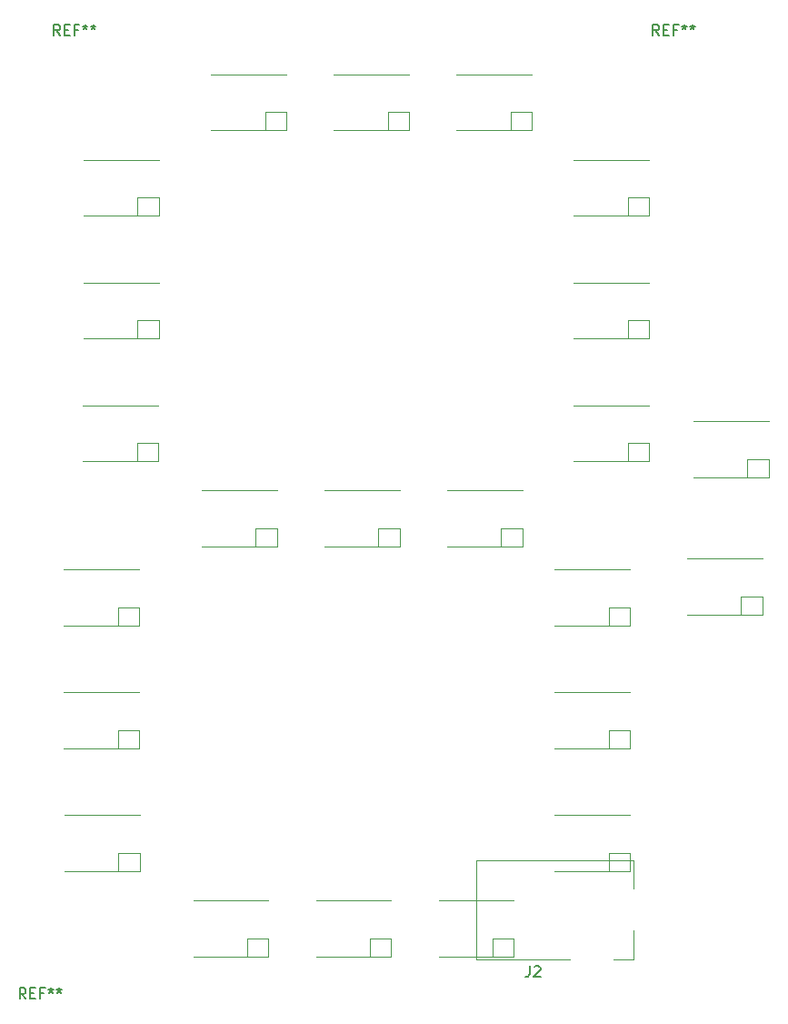
<source format=gbr>
G04 #@! TF.GenerationSoftware,KiCad,Pcbnew,(5.0.0)*
G04 #@! TF.CreationDate,2020-08-08T12:19:43-04:00*
G04 #@! TF.ProjectId,WS2812 Clock,57533238313220436C6F636B2E6B6963,rev?*
G04 #@! TF.SameCoordinates,Original*
G04 #@! TF.FileFunction,Legend,Top*
G04 #@! TF.FilePolarity,Positive*
%FSLAX46Y46*%
G04 Gerber Fmt 4.6, Leading zero omitted, Abs format (unit mm)*
G04 Created by KiCad (PCBNEW (5.0.0)) date 08/08/20 12:19:43*
%MOMM*%
%LPD*%
G01*
G04 APERTURE LIST*
%ADD10C,0.120000*%
%ADD11C,0.100000*%
%ADD12C,0.150000*%
G04 APERTURE END LIST*
D10*
G04 #@! TO.C,U1*
X183880000Y-106740000D02*
X183880000Y-105740000D01*
X176880000Y-106740000D02*
X183880000Y-106740000D01*
X176880000Y-101540000D02*
X183880000Y-101540000D01*
D11*
X183880000Y-105740000D02*
X183880000Y-105040000D01*
X183880000Y-105040000D02*
X181980000Y-105040000D01*
X181980000Y-105040000D02*
X181880000Y-105040000D01*
X181880000Y-105040000D02*
X181880000Y-106740000D01*
G04 #@! TO.C,U2*
X181840000Y-93610000D02*
X181840000Y-95310000D01*
X181940000Y-93610000D02*
X181840000Y-93610000D01*
X183840000Y-93610000D02*
X181940000Y-93610000D01*
X183840000Y-94310000D02*
X183840000Y-93610000D01*
D10*
X176840000Y-90110000D02*
X183840000Y-90110000D01*
X176840000Y-95310000D02*
X183840000Y-95310000D01*
X183840000Y-95310000D02*
X183840000Y-94310000D01*
D11*
G04 #@! TO.C,U3*
X181840000Y-82180000D02*
X181840000Y-83880000D01*
X181940000Y-82180000D02*
X181840000Y-82180000D01*
X183840000Y-82180000D02*
X181940000Y-82180000D01*
X183840000Y-82880000D02*
X183840000Y-82180000D01*
D10*
X176840000Y-78680000D02*
X183840000Y-78680000D01*
X176840000Y-83880000D02*
X183840000Y-83880000D01*
X183840000Y-83880000D02*
X183840000Y-82880000D01*
G04 #@! TO.C,U4*
X185618000Y-68589200D02*
X185618000Y-67589200D01*
X178618000Y-68589200D02*
X185618000Y-68589200D01*
X178618000Y-63389200D02*
X185618000Y-63389200D01*
D11*
X185618000Y-67589200D02*
X185618000Y-66889200D01*
X185618000Y-66889200D02*
X183718000Y-66889200D01*
X183718000Y-66889200D02*
X183618000Y-66889200D01*
X183618000Y-66889200D02*
X183618000Y-68589200D01*
G04 #@! TO.C,U5*
X183658000Y-55459200D02*
X183658000Y-57159200D01*
X183758000Y-55459200D02*
X183658000Y-55459200D01*
X185658000Y-55459200D02*
X183758000Y-55459200D01*
X185658000Y-56159200D02*
X185658000Y-55459200D01*
D10*
X178658000Y-51959200D02*
X185658000Y-51959200D01*
X178658000Y-57159200D02*
X185658000Y-57159200D01*
X185658000Y-57159200D02*
X185658000Y-56159200D01*
G04 #@! TO.C,U6*
X185658000Y-45729200D02*
X185658000Y-44729200D01*
X178658000Y-45729200D02*
X185658000Y-45729200D01*
X178658000Y-40529200D02*
X185658000Y-40529200D01*
D11*
X185658000Y-44729200D02*
X185658000Y-44029200D01*
X185658000Y-44029200D02*
X183758000Y-44029200D01*
X183758000Y-44029200D02*
X183658000Y-44029200D01*
X183658000Y-44029200D02*
X183658000Y-45729200D01*
G04 #@! TO.C,U7*
X195556000Y-36104400D02*
X195556000Y-37804400D01*
X195656000Y-36104400D02*
X195556000Y-36104400D01*
X197556000Y-36104400D02*
X195656000Y-36104400D01*
X197556000Y-36804400D02*
X197556000Y-36104400D01*
D10*
X190556000Y-32604400D02*
X197556000Y-32604400D01*
X190556000Y-37804400D02*
X197556000Y-37804400D01*
X197556000Y-37804400D02*
X197556000Y-36804400D01*
D11*
G04 #@! TO.C,U8*
X206986000Y-36104400D02*
X206986000Y-37804400D01*
X207086000Y-36104400D02*
X206986000Y-36104400D01*
X208986000Y-36104400D02*
X207086000Y-36104400D01*
X208986000Y-36804400D02*
X208986000Y-36104400D01*
D10*
X201986000Y-32604400D02*
X208986000Y-32604400D01*
X201986000Y-37804400D02*
X208986000Y-37804400D01*
X208986000Y-37804400D02*
X208986000Y-36804400D01*
D11*
G04 #@! TO.C,U9*
X218416000Y-36104400D02*
X218416000Y-37804400D01*
X218516000Y-36104400D02*
X218416000Y-36104400D01*
X220416000Y-36104400D02*
X218516000Y-36104400D01*
X220416000Y-36804400D02*
X220416000Y-36104400D01*
D10*
X213416000Y-32604400D02*
X220416000Y-32604400D01*
X213416000Y-37804400D02*
X220416000Y-37804400D01*
X220416000Y-37804400D02*
X220416000Y-36804400D01*
G04 #@! TO.C,U10*
X231338000Y-45729200D02*
X231338000Y-44729200D01*
X224338000Y-45729200D02*
X231338000Y-45729200D01*
X224338000Y-40529200D02*
X231338000Y-40529200D01*
D11*
X231338000Y-44729200D02*
X231338000Y-44029200D01*
X231338000Y-44029200D02*
X229438000Y-44029200D01*
X229438000Y-44029200D02*
X229338000Y-44029200D01*
X229338000Y-44029200D02*
X229338000Y-45729200D01*
D10*
G04 #@! TO.C,U11*
X231338000Y-57159200D02*
X231338000Y-56159200D01*
X224338000Y-57159200D02*
X231338000Y-57159200D01*
X224338000Y-51959200D02*
X231338000Y-51959200D01*
D11*
X231338000Y-56159200D02*
X231338000Y-55459200D01*
X231338000Y-55459200D02*
X229438000Y-55459200D01*
X229438000Y-55459200D02*
X229338000Y-55459200D01*
X229338000Y-55459200D02*
X229338000Y-57159200D01*
G04 #@! TO.C,U12*
X229338000Y-66889200D02*
X229338000Y-68589200D01*
X229438000Y-66889200D02*
X229338000Y-66889200D01*
X231338000Y-66889200D02*
X229438000Y-66889200D01*
X231338000Y-67589200D02*
X231338000Y-66889200D01*
D10*
X224338000Y-63389200D02*
X231338000Y-63389200D01*
X224338000Y-68589200D02*
X231338000Y-68589200D01*
X231338000Y-68589200D02*
X231338000Y-67589200D01*
G04 #@! TO.C,U13*
X229560000Y-83880000D02*
X229560000Y-82880000D01*
X222560000Y-83880000D02*
X229560000Y-83880000D01*
X222560000Y-78680000D02*
X229560000Y-78680000D01*
D11*
X229560000Y-82880000D02*
X229560000Y-82180000D01*
X229560000Y-82180000D02*
X227660000Y-82180000D01*
X227660000Y-82180000D02*
X227560000Y-82180000D01*
X227560000Y-82180000D02*
X227560000Y-83880000D01*
G04 #@! TO.C,U14*
X227560000Y-93610000D02*
X227560000Y-95310000D01*
X227660000Y-93610000D02*
X227560000Y-93610000D01*
X229560000Y-93610000D02*
X227660000Y-93610000D01*
X229560000Y-94310000D02*
X229560000Y-93610000D01*
D10*
X222560000Y-90110000D02*
X229560000Y-90110000D01*
X222560000Y-95310000D02*
X229560000Y-95310000D01*
X229560000Y-95310000D02*
X229560000Y-94310000D01*
G04 #@! TO.C,U15*
X229560000Y-106740000D02*
X229560000Y-105740000D01*
X222560000Y-106740000D02*
X229560000Y-106740000D01*
X222560000Y-101540000D02*
X229560000Y-101540000D01*
D11*
X229560000Y-105740000D02*
X229560000Y-105040000D01*
X229560000Y-105040000D02*
X227660000Y-105040000D01*
X227660000Y-105040000D02*
X227560000Y-105040000D01*
X227560000Y-105040000D02*
X227560000Y-106740000D01*
G04 #@! TO.C,U16*
X216739600Y-113015600D02*
X216739600Y-114715600D01*
X216839600Y-113015600D02*
X216739600Y-113015600D01*
X218739600Y-113015600D02*
X216839600Y-113015600D01*
X218739600Y-113715600D02*
X218739600Y-113015600D01*
D10*
X211739600Y-109515600D02*
X218739600Y-109515600D01*
X211739600Y-114715600D02*
X218739600Y-114715600D01*
X218739600Y-114715600D02*
X218739600Y-113715600D01*
D11*
G04 #@! TO.C,U17*
X205309600Y-113015600D02*
X205309600Y-114715600D01*
X205409600Y-113015600D02*
X205309600Y-113015600D01*
X207309600Y-113015600D02*
X205409600Y-113015600D01*
X207309600Y-113715600D02*
X207309600Y-113015600D01*
D10*
X200309600Y-109515600D02*
X207309600Y-109515600D01*
X200309600Y-114715600D02*
X207309600Y-114715600D01*
X207309600Y-114715600D02*
X207309600Y-113715600D01*
G04 #@! TO.C,U18*
X195879600Y-114715600D02*
X195879600Y-113715600D01*
X188879600Y-114715600D02*
X195879600Y-114715600D01*
X188879600Y-109515600D02*
X195879600Y-109515600D01*
D11*
X195879600Y-113715600D02*
X195879600Y-113015600D01*
X195879600Y-113015600D02*
X193979600Y-113015600D01*
X193979600Y-113015600D02*
X193879600Y-113015600D01*
X193879600Y-113015600D02*
X193879600Y-114715600D01*
G04 #@! TO.C,U19*
X194692400Y-74814000D02*
X194692400Y-76514000D01*
X194792400Y-74814000D02*
X194692400Y-74814000D01*
X196692400Y-74814000D02*
X194792400Y-74814000D01*
X196692400Y-75514000D02*
X196692400Y-74814000D01*
D10*
X189692400Y-71314000D02*
X196692400Y-71314000D01*
X189692400Y-76514000D02*
X196692400Y-76514000D01*
X196692400Y-76514000D02*
X196692400Y-75514000D01*
G04 #@! TO.C,U20*
X208122400Y-76514000D02*
X208122400Y-75514000D01*
X201122400Y-76514000D02*
X208122400Y-76514000D01*
X201122400Y-71314000D02*
X208122400Y-71314000D01*
D11*
X208122400Y-75514000D02*
X208122400Y-74814000D01*
X208122400Y-74814000D02*
X206222400Y-74814000D01*
X206222400Y-74814000D02*
X206122400Y-74814000D01*
X206122400Y-74814000D02*
X206122400Y-76514000D01*
D10*
G04 #@! TO.C,U21*
X219552400Y-76514000D02*
X219552400Y-75514000D01*
X212552400Y-76514000D02*
X219552400Y-76514000D01*
X212552400Y-71314000D02*
X219552400Y-71314000D01*
D11*
X219552400Y-75514000D02*
X219552400Y-74814000D01*
X219552400Y-74814000D02*
X217652400Y-74814000D01*
X217652400Y-74814000D02*
X217552400Y-74814000D01*
X217552400Y-74814000D02*
X217552400Y-76514000D01*
G04 #@! TO.C,U22*
X239900000Y-81190000D02*
X239900000Y-82890000D01*
X240000000Y-81190000D02*
X239900000Y-81190000D01*
X241900000Y-81190000D02*
X240000000Y-81190000D01*
X241900000Y-81890000D02*
X241900000Y-81190000D01*
D10*
X234900000Y-77690000D02*
X241900000Y-77690000D01*
X234900000Y-82890000D02*
X241900000Y-82890000D01*
X241900000Y-82890000D02*
X241900000Y-81890000D01*
G04 #@! TO.C,U23*
X242458800Y-70088400D02*
X242458800Y-69088400D01*
X235458800Y-70088400D02*
X242458800Y-70088400D01*
X235458800Y-64888400D02*
X242458800Y-64888400D01*
D11*
X242458800Y-69088400D02*
X242458800Y-68388400D01*
X242458800Y-68388400D02*
X240558800Y-68388400D01*
X240558800Y-68388400D02*
X240458800Y-68388400D01*
X240458800Y-68388400D02*
X240458800Y-70088400D01*
D10*
G04 #@! TO.C,J2*
X229900000Y-105800000D02*
X229900000Y-108400000D01*
X215200000Y-105800000D02*
X229900000Y-105800000D01*
X229900000Y-115000000D02*
X228000000Y-115000000D01*
X229900000Y-112300000D02*
X229900000Y-115000000D01*
X215200000Y-115000000D02*
X215200000Y-105800000D01*
X224000000Y-115000000D02*
X215200000Y-115000000D01*
G04 #@! TO.C,REF\002A\002A*
D12*
X232266666Y-28952380D02*
X231933333Y-28476190D01*
X231695238Y-28952380D02*
X231695238Y-27952380D01*
X232076190Y-27952380D01*
X232171428Y-28000000D01*
X232219047Y-28047619D01*
X232266666Y-28142857D01*
X232266666Y-28285714D01*
X232219047Y-28380952D01*
X232171428Y-28428571D01*
X232076190Y-28476190D01*
X231695238Y-28476190D01*
X232695238Y-28428571D02*
X233028571Y-28428571D01*
X233171428Y-28952380D02*
X232695238Y-28952380D01*
X232695238Y-27952380D01*
X233171428Y-27952380D01*
X233933333Y-28428571D02*
X233600000Y-28428571D01*
X233600000Y-28952380D02*
X233600000Y-27952380D01*
X234076190Y-27952380D01*
X234600000Y-27952380D02*
X234600000Y-28190476D01*
X234361904Y-28095238D02*
X234600000Y-28190476D01*
X234838095Y-28095238D01*
X234457142Y-28380952D02*
X234600000Y-28190476D01*
X234742857Y-28380952D01*
X235361904Y-27952380D02*
X235361904Y-28190476D01*
X235123809Y-28095238D02*
X235361904Y-28190476D01*
X235600000Y-28095238D01*
X235219047Y-28380952D02*
X235361904Y-28190476D01*
X235504761Y-28380952D01*
X176466666Y-28952380D02*
X176133333Y-28476190D01*
X175895238Y-28952380D02*
X175895238Y-27952380D01*
X176276190Y-27952380D01*
X176371428Y-28000000D01*
X176419047Y-28047619D01*
X176466666Y-28142857D01*
X176466666Y-28285714D01*
X176419047Y-28380952D01*
X176371428Y-28428571D01*
X176276190Y-28476190D01*
X175895238Y-28476190D01*
X176895238Y-28428571D02*
X177228571Y-28428571D01*
X177371428Y-28952380D02*
X176895238Y-28952380D01*
X176895238Y-27952380D01*
X177371428Y-27952380D01*
X178133333Y-28428571D02*
X177800000Y-28428571D01*
X177800000Y-28952380D02*
X177800000Y-27952380D01*
X178276190Y-27952380D01*
X178800000Y-27952380D02*
X178800000Y-28190476D01*
X178561904Y-28095238D02*
X178800000Y-28190476D01*
X179038095Y-28095238D01*
X178657142Y-28380952D02*
X178800000Y-28190476D01*
X178942857Y-28380952D01*
X179561904Y-27952380D02*
X179561904Y-28190476D01*
X179323809Y-28095238D02*
X179561904Y-28190476D01*
X179800000Y-28095238D01*
X179419047Y-28380952D02*
X179561904Y-28190476D01*
X179704761Y-28380952D01*
G04 #@! TO.C,J2*
X220216666Y-115602380D02*
X220216666Y-116316666D01*
X220169047Y-116459523D01*
X220073809Y-116554761D01*
X219930952Y-116602380D01*
X219835714Y-116602380D01*
X220645238Y-115697619D02*
X220692857Y-115650000D01*
X220788095Y-115602380D01*
X221026190Y-115602380D01*
X221121428Y-115650000D01*
X221169047Y-115697619D01*
X221216666Y-115792857D01*
X221216666Y-115888095D01*
X221169047Y-116030952D01*
X220597619Y-116602380D01*
X221216666Y-116602380D01*
G04 #@! TO.C,REF\002A\002A*
X173266666Y-118652380D02*
X172933333Y-118176190D01*
X172695238Y-118652380D02*
X172695238Y-117652380D01*
X173076190Y-117652380D01*
X173171428Y-117700000D01*
X173219047Y-117747619D01*
X173266666Y-117842857D01*
X173266666Y-117985714D01*
X173219047Y-118080952D01*
X173171428Y-118128571D01*
X173076190Y-118176190D01*
X172695238Y-118176190D01*
X173695238Y-118128571D02*
X174028571Y-118128571D01*
X174171428Y-118652380D02*
X173695238Y-118652380D01*
X173695238Y-117652380D01*
X174171428Y-117652380D01*
X174933333Y-118128571D02*
X174600000Y-118128571D01*
X174600000Y-118652380D02*
X174600000Y-117652380D01*
X175076190Y-117652380D01*
X175600000Y-117652380D02*
X175600000Y-117890476D01*
X175361904Y-117795238D02*
X175600000Y-117890476D01*
X175838095Y-117795238D01*
X175457142Y-118080952D02*
X175600000Y-117890476D01*
X175742857Y-118080952D01*
X176361904Y-117652380D02*
X176361904Y-117890476D01*
X176123809Y-117795238D02*
X176361904Y-117890476D01*
X176600000Y-117795238D01*
X176219047Y-118080952D02*
X176361904Y-117890476D01*
X176504761Y-118080952D01*
G04 #@! TD*
M02*

</source>
